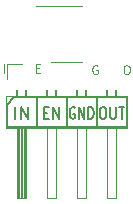
<source format=gbr>
G04 #@! TF.GenerationSoftware,KiCad,Pcbnew,5.0.2-bee76a0~70~ubuntu18.04.1*
G04 #@! TF.CreationDate,2019-03-08T21:36:31-05:00*
G04 #@! TF.ProjectId,sot895,736f7438-3935-42e6-9b69-6361645f7063,rev?*
G04 #@! TF.SameCoordinates,Original*
G04 #@! TF.FileFunction,Legend,Top*
G04 #@! TF.FilePolarity,Positive*
%FSLAX46Y46*%
G04 Gerber Fmt 4.6, Leading zero omitted, Abs format (unit mm)*
G04 Created by KiCad (PCBNEW 5.0.2-bee76a0~70~ubuntu18.04.1) date Fri 08 Mar 2019 21:36:31 EST*
%MOMM*%
%LPD*%
G01*
G04 APERTURE LIST*
%ADD10C,0.127000*%
%ADD11C,0.076200*%
%ADD12C,0.120000*%
G04 APERTURE END LIST*
D10*
X65405000Y-33909000D02*
X65405000Y-36449000D01*
X57785000Y-36449000D02*
X67945000Y-36449000D01*
X60325000Y-33909000D02*
X60325000Y-36449000D01*
X67945000Y-33909000D02*
X58420000Y-33909000D01*
D11*
X57531000Y-31840714D02*
X57531000Y-31078714D01*
X67872428Y-31205714D02*
X68017571Y-31205714D01*
X68090142Y-31242000D01*
X68162714Y-31314571D01*
X68199000Y-31459714D01*
X68199000Y-31713714D01*
X68162714Y-31858857D01*
X68090142Y-31931428D01*
X68017571Y-31967714D01*
X67872428Y-31967714D01*
X67799857Y-31931428D01*
X67727285Y-31858857D01*
X67691000Y-31713714D01*
X67691000Y-31459714D01*
X67727285Y-31314571D01*
X67799857Y-31242000D01*
X67872428Y-31205714D01*
X65477571Y-31242000D02*
X65405000Y-31205714D01*
X65296142Y-31205714D01*
X65187285Y-31242000D01*
X65114714Y-31314571D01*
X65078428Y-31387142D01*
X65042142Y-31532285D01*
X65042142Y-31641142D01*
X65078428Y-31786285D01*
X65114714Y-31858857D01*
X65187285Y-31931428D01*
X65296142Y-31967714D01*
X65368714Y-31967714D01*
X65477571Y-31931428D01*
X65513857Y-31895142D01*
X65513857Y-31641142D01*
X65368714Y-31641142D01*
X60288714Y-31441571D02*
X60542714Y-31441571D01*
X60651571Y-31840714D02*
X60288714Y-31840714D01*
X60288714Y-31078714D01*
X60651571Y-31078714D01*
D10*
X67945000Y-36449000D02*
X67945000Y-33909000D01*
X64516000Y-33909000D02*
X64516000Y-33274000D01*
X65862200Y-34749619D02*
X66017019Y-34749619D01*
X66094428Y-34798000D01*
X66171838Y-34894761D01*
X66210542Y-35088285D01*
X66210542Y-35426952D01*
X66171838Y-35620476D01*
X66094428Y-35717238D01*
X66017019Y-35765619D01*
X65862200Y-35765619D01*
X65784790Y-35717238D01*
X65707380Y-35620476D01*
X65668676Y-35426952D01*
X65668676Y-35088285D01*
X65707380Y-34894761D01*
X65784790Y-34798000D01*
X65862200Y-34749619D01*
X66558885Y-34749619D02*
X66558885Y-35572095D01*
X66597590Y-35668857D01*
X66636295Y-35717238D01*
X66713704Y-35765619D01*
X66868523Y-35765619D01*
X66945933Y-35717238D01*
X66984638Y-35668857D01*
X67023342Y-35572095D01*
X67023342Y-34749619D01*
X67294276Y-34749619D02*
X67758733Y-34749619D01*
X67526504Y-35765619D02*
X67526504Y-34749619D01*
X62865000Y-33909000D02*
X62865000Y-36449000D01*
X61976000Y-33909000D02*
X61976000Y-33274000D01*
X61214000Y-33909000D02*
X61214000Y-33274000D01*
X63554428Y-34798000D02*
X63481857Y-34749619D01*
X63373000Y-34749619D01*
X63264142Y-34798000D01*
X63191571Y-34894761D01*
X63155285Y-34991523D01*
X63119000Y-35185047D01*
X63119000Y-35330190D01*
X63155285Y-35523714D01*
X63191571Y-35620476D01*
X63264142Y-35717238D01*
X63373000Y-35765619D01*
X63445571Y-35765619D01*
X63554428Y-35717238D01*
X63590714Y-35668857D01*
X63590714Y-35330190D01*
X63445571Y-35330190D01*
X63917285Y-35765619D02*
X63917285Y-34749619D01*
X64352714Y-35765619D01*
X64352714Y-34749619D01*
X64715571Y-35765619D02*
X64715571Y-34749619D01*
X64897000Y-34749619D01*
X65005857Y-34798000D01*
X65078428Y-34894761D01*
X65114714Y-34991523D01*
X65151000Y-35185047D01*
X65151000Y-35330190D01*
X65114714Y-35523714D01*
X65078428Y-35620476D01*
X65005857Y-35717238D01*
X64897000Y-35765619D01*
X64715571Y-35765619D01*
X58522809Y-35765619D02*
X58522809Y-34749619D01*
X59006619Y-35765619D02*
X59006619Y-34749619D01*
X59587190Y-35765619D01*
X59587190Y-34749619D01*
X66294000Y-33909000D02*
X66294000Y-33274000D01*
X58674000Y-33909000D02*
X58674000Y-33274000D01*
X57785000Y-34544000D02*
X57785000Y-36449000D01*
X59436000Y-33909000D02*
X59436000Y-33274000D01*
X63754000Y-33909000D02*
X63754000Y-33274000D01*
X60938833Y-35233428D02*
X61235166Y-35233428D01*
X61362166Y-35765619D02*
X60938833Y-35765619D01*
X60938833Y-34749619D01*
X61362166Y-34749619D01*
X61743166Y-35765619D02*
X61743166Y-34749619D01*
X62251166Y-35765619D01*
X62251166Y-34749619D01*
X67056000Y-33909000D02*
X67056000Y-33274000D01*
X58420000Y-33909000D02*
X57785000Y-34544000D01*
D12*
G04 #@! TO.C,J17*
X57725000Y-33825000D02*
X68005000Y-33825000D01*
X68005000Y-33825000D02*
X68005000Y-36485000D01*
X68005000Y-36485000D02*
X57725000Y-36485000D01*
X57725000Y-36485000D02*
X57725000Y-33825000D01*
X58675000Y-36485000D02*
X58675000Y-42485000D01*
X58675000Y-42485000D02*
X59435000Y-42485000D01*
X59435000Y-42485000D02*
X59435000Y-36485000D01*
X58735000Y-36485000D02*
X58735000Y-42485000D01*
X58855000Y-36485000D02*
X58855000Y-42485000D01*
X58975000Y-36485000D02*
X58975000Y-42485000D01*
X59095000Y-36485000D02*
X59095000Y-42485000D01*
X59215000Y-36485000D02*
X59215000Y-42485000D01*
X59335000Y-36485000D02*
X59335000Y-42485000D01*
X58675000Y-33495000D02*
X58675000Y-33825000D01*
X59435000Y-33495000D02*
X59435000Y-33825000D01*
X60325000Y-33825000D02*
X60325000Y-36485000D01*
X61215000Y-36485000D02*
X61215000Y-42485000D01*
X61215000Y-42485000D02*
X61975000Y-42485000D01*
X61975000Y-42485000D02*
X61975000Y-36485000D01*
X61215000Y-33427929D02*
X61215000Y-33825000D01*
X61975000Y-33427929D02*
X61975000Y-33825000D01*
X62865000Y-33825000D02*
X62865000Y-36485000D01*
X63755000Y-36485000D02*
X63755000Y-42485000D01*
X63755000Y-42485000D02*
X64515000Y-42485000D01*
X64515000Y-42485000D02*
X64515000Y-36485000D01*
X63755000Y-33427929D02*
X63755000Y-33825000D01*
X64515000Y-33427929D02*
X64515000Y-33825000D01*
X65405000Y-33825000D02*
X65405000Y-36485000D01*
X66295000Y-36485000D02*
X66295000Y-42485000D01*
X66295000Y-42485000D02*
X67055000Y-42485000D01*
X67055000Y-42485000D02*
X67055000Y-36485000D01*
X66295000Y-33427929D02*
X66295000Y-33825000D01*
X67055000Y-33427929D02*
X67055000Y-33825000D01*
X59055000Y-31115000D02*
X57785000Y-31115000D01*
X57785000Y-31115000D02*
X57785000Y-32385000D01*
G04 #@! TO.C,U1*
X60265000Y-26175000D02*
X64165000Y-26175000D01*
X64165000Y-30975000D02*
X61565000Y-30975000D01*
G04 #@! TD*
M02*

</source>
